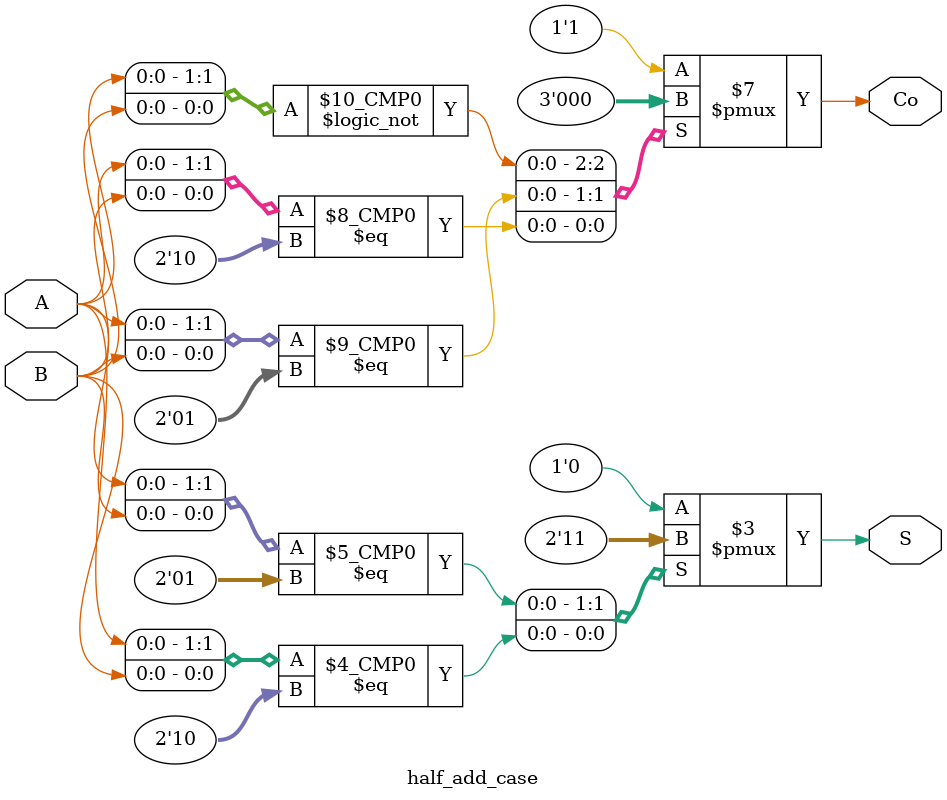
<source format=v>

module half_add_case (A, B, Co, S);
input  A, B;     // A, B ¤@¦ì¤¸¿é¤J
output Co, S;    // Co ¶i¦ì©M S 
reg    Co, S;

// ¨Ï¥Î case ±Ô­z 
always@ (A or B)
  case ({A,B})
    2'b00  : begin  Co = 0;  S = 0;  end
    2'b01  : begin  Co = 0;  S = 1;  end
    2'b10  : begin  Co = 0;  S = 1;  end
    default: begin  Co = 1;  S = 0;  end
  endcase

endmodule


</source>
